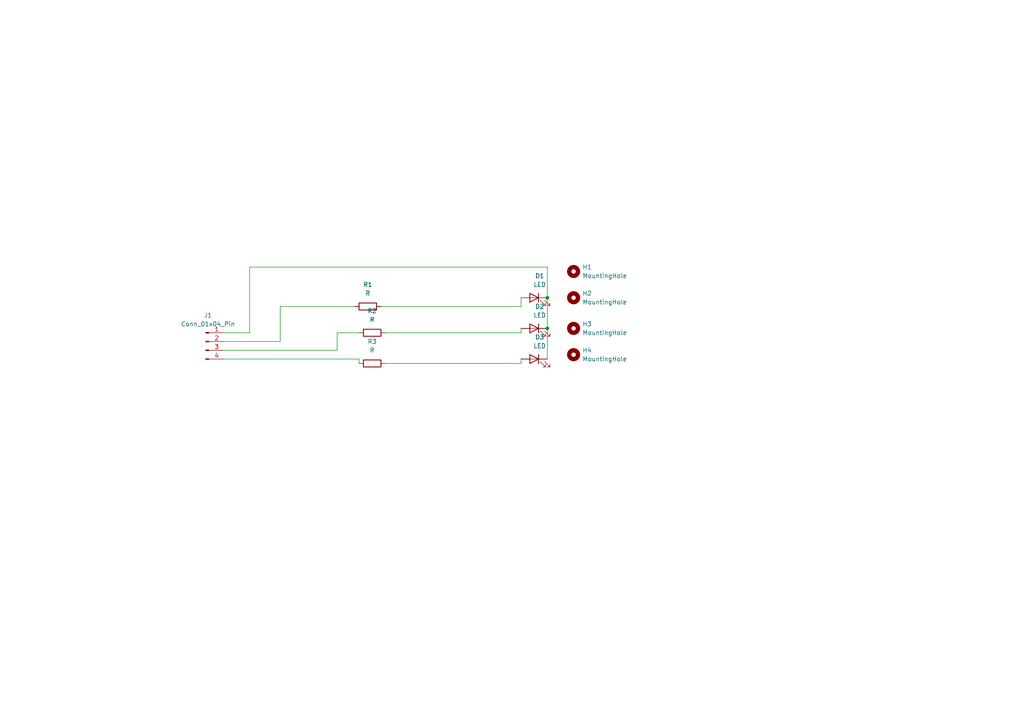
<source format=kicad_sch>
(kicad_sch
	(version 20231120)
	(generator "eeschema")
	(generator_version "8.0")
	(uuid "1783616a-2b50-42e1-8172-0df5f2d164f8")
	(paper "A4")
	(lib_symbols
		(symbol "Connector:Conn_01x04_Pin"
			(pin_names
				(offset 1.016) hide)
			(exclude_from_sim no)
			(in_bom yes)
			(on_board yes)
			(property "Reference" "J"
				(at 0 5.08 0)
				(effects
					(font
						(size 1.27 1.27)
					)
				)
			)
			(property "Value" "Conn_01x04_Pin"
				(at 0 -7.62 0)
				(effects
					(font
						(size 1.27 1.27)
					)
				)
			)
			(property "Footprint" ""
				(at 0 0 0)
				(effects
					(font
						(size 1.27 1.27)
					)
					(hide yes)
				)
			)
			(property "Datasheet" "~"
				(at 0 0 0)
				(effects
					(font
						(size 1.27 1.27)
					)
					(hide yes)
				)
			)
			(property "Description" "Generic connector, single row, 01x04, script generated"
				(at 0 0 0)
				(effects
					(font
						(size 1.27 1.27)
					)
					(hide yes)
				)
			)
			(property "ki_locked" ""
				(at 0 0 0)
				(effects
					(font
						(size 1.27 1.27)
					)
				)
			)
			(property "ki_keywords" "connector"
				(at 0 0 0)
				(effects
					(font
						(size 1.27 1.27)
					)
					(hide yes)
				)
			)
			(property "ki_fp_filters" "Connector*:*_1x??_*"
				(at 0 0 0)
				(effects
					(font
						(size 1.27 1.27)
					)
					(hide yes)
				)
			)
			(symbol "Conn_01x04_Pin_1_1"
				(polyline
					(pts
						(xy 1.27 -5.08) (xy 0.8636 -5.08)
					)
					(stroke
						(width 0.1524)
						(type default)
					)
					(fill
						(type none)
					)
				)
				(polyline
					(pts
						(xy 1.27 -2.54) (xy 0.8636 -2.54)
					)
					(stroke
						(width 0.1524)
						(type default)
					)
					(fill
						(type none)
					)
				)
				(polyline
					(pts
						(xy 1.27 0) (xy 0.8636 0)
					)
					(stroke
						(width 0.1524)
						(type default)
					)
					(fill
						(type none)
					)
				)
				(polyline
					(pts
						(xy 1.27 2.54) (xy 0.8636 2.54)
					)
					(stroke
						(width 0.1524)
						(type default)
					)
					(fill
						(type none)
					)
				)
				(rectangle
					(start 0.8636 -4.953)
					(end 0 -5.207)
					(stroke
						(width 0.1524)
						(type default)
					)
					(fill
						(type outline)
					)
				)
				(rectangle
					(start 0.8636 -2.413)
					(end 0 -2.667)
					(stroke
						(width 0.1524)
						(type default)
					)
					(fill
						(type outline)
					)
				)
				(rectangle
					(start 0.8636 0.127)
					(end 0 -0.127)
					(stroke
						(width 0.1524)
						(type default)
					)
					(fill
						(type outline)
					)
				)
				(rectangle
					(start 0.8636 2.667)
					(end 0 2.413)
					(stroke
						(width 0.1524)
						(type default)
					)
					(fill
						(type outline)
					)
				)
				(pin passive line
					(at 5.08 2.54 180)
					(length 3.81)
					(name "Pin_1"
						(effects
							(font
								(size 1.27 1.27)
							)
						)
					)
					(number "1"
						(effects
							(font
								(size 1.27 1.27)
							)
						)
					)
				)
				(pin passive line
					(at 5.08 0 180)
					(length 3.81)
					(name "Pin_2"
						(effects
							(font
								(size 1.27 1.27)
							)
						)
					)
					(number "2"
						(effects
							(font
								(size 1.27 1.27)
							)
						)
					)
				)
				(pin passive line
					(at 5.08 -2.54 180)
					(length 3.81)
					(name "Pin_3"
						(effects
							(font
								(size 1.27 1.27)
							)
						)
					)
					(number "3"
						(effects
							(font
								(size 1.27 1.27)
							)
						)
					)
				)
				(pin passive line
					(at 5.08 -5.08 180)
					(length 3.81)
					(name "Pin_4"
						(effects
							(font
								(size 1.27 1.27)
							)
						)
					)
					(number "4"
						(effects
							(font
								(size 1.27 1.27)
							)
						)
					)
				)
			)
		)
		(symbol "Device:LED"
			(pin_numbers hide)
			(pin_names
				(offset 1.016) hide)
			(exclude_from_sim no)
			(in_bom yes)
			(on_board yes)
			(property "Reference" "D"
				(at 0 2.54 0)
				(effects
					(font
						(size 1.27 1.27)
					)
				)
			)
			(property "Value" "LED"
				(at 0 -2.54 0)
				(effects
					(font
						(size 1.27 1.27)
					)
				)
			)
			(property "Footprint" ""
				(at 0 0 0)
				(effects
					(font
						(size 1.27 1.27)
					)
					(hide yes)
				)
			)
			(property "Datasheet" "~"
				(at 0 0 0)
				(effects
					(font
						(size 1.27 1.27)
					)
					(hide yes)
				)
			)
			(property "Description" "Light emitting diode"
				(at 0 0 0)
				(effects
					(font
						(size 1.27 1.27)
					)
					(hide yes)
				)
			)
			(property "ki_keywords" "LED diode"
				(at 0 0 0)
				(effects
					(font
						(size 1.27 1.27)
					)
					(hide yes)
				)
			)
			(property "ki_fp_filters" "LED* LED_SMD:* LED_THT:*"
				(at 0 0 0)
				(effects
					(font
						(size 1.27 1.27)
					)
					(hide yes)
				)
			)
			(symbol "LED_0_1"
				(polyline
					(pts
						(xy -1.27 -1.27) (xy -1.27 1.27)
					)
					(stroke
						(width 0.254)
						(type default)
					)
					(fill
						(type none)
					)
				)
				(polyline
					(pts
						(xy -1.27 0) (xy 1.27 0)
					)
					(stroke
						(width 0)
						(type default)
					)
					(fill
						(type none)
					)
				)
				(polyline
					(pts
						(xy 1.27 -1.27) (xy 1.27 1.27) (xy -1.27 0) (xy 1.27 -1.27)
					)
					(stroke
						(width 0.254)
						(type default)
					)
					(fill
						(type none)
					)
				)
				(polyline
					(pts
						(xy -3.048 -0.762) (xy -4.572 -2.286) (xy -3.81 -2.286) (xy -4.572 -2.286) (xy -4.572 -1.524)
					)
					(stroke
						(width 0)
						(type default)
					)
					(fill
						(type none)
					)
				)
				(polyline
					(pts
						(xy -1.778 -0.762) (xy -3.302 -2.286) (xy -2.54 -2.286) (xy -3.302 -2.286) (xy -3.302 -1.524)
					)
					(stroke
						(width 0)
						(type default)
					)
					(fill
						(type none)
					)
				)
			)
			(symbol "LED_1_1"
				(pin passive line
					(at -3.81 0 0)
					(length 2.54)
					(name "K"
						(effects
							(font
								(size 1.27 1.27)
							)
						)
					)
					(number "1"
						(effects
							(font
								(size 1.27 1.27)
							)
						)
					)
				)
				(pin passive line
					(at 3.81 0 180)
					(length 2.54)
					(name "A"
						(effects
							(font
								(size 1.27 1.27)
							)
						)
					)
					(number "2"
						(effects
							(font
								(size 1.27 1.27)
							)
						)
					)
				)
			)
		)
		(symbol "Device:R"
			(pin_numbers hide)
			(pin_names
				(offset 0)
			)
			(exclude_from_sim no)
			(in_bom yes)
			(on_board yes)
			(property "Reference" "R"
				(at 2.032 0 90)
				(effects
					(font
						(size 1.27 1.27)
					)
				)
			)
			(property "Value" "R"
				(at 0 0 90)
				(effects
					(font
						(size 1.27 1.27)
					)
				)
			)
			(property "Footprint" ""
				(at -1.778 0 90)
				(effects
					(font
						(size 1.27 1.27)
					)
					(hide yes)
				)
			)
			(property "Datasheet" "~"
				(at 0 0 0)
				(effects
					(font
						(size 1.27 1.27)
					)
					(hide yes)
				)
			)
			(property "Description" "Resistor"
				(at 0 0 0)
				(effects
					(font
						(size 1.27 1.27)
					)
					(hide yes)
				)
			)
			(property "ki_keywords" "R res resistor"
				(at 0 0 0)
				(effects
					(font
						(size 1.27 1.27)
					)
					(hide yes)
				)
			)
			(property "ki_fp_filters" "R_*"
				(at 0 0 0)
				(effects
					(font
						(size 1.27 1.27)
					)
					(hide yes)
				)
			)
			(symbol "R_0_1"
				(rectangle
					(start -1.016 -2.54)
					(end 1.016 2.54)
					(stroke
						(width 0.254)
						(type default)
					)
					(fill
						(type none)
					)
				)
			)
			(symbol "R_1_1"
				(pin passive line
					(at 0 3.81 270)
					(length 1.27)
					(name "~"
						(effects
							(font
								(size 1.27 1.27)
							)
						)
					)
					(number "1"
						(effects
							(font
								(size 1.27 1.27)
							)
						)
					)
				)
				(pin passive line
					(at 0 -3.81 90)
					(length 1.27)
					(name "~"
						(effects
							(font
								(size 1.27 1.27)
							)
						)
					)
					(number "2"
						(effects
							(font
								(size 1.27 1.27)
							)
						)
					)
				)
			)
		)
		(symbol "Mechanical:MountingHole"
			(pin_names
				(offset 1.016)
			)
			(exclude_from_sim yes)
			(in_bom no)
			(on_board yes)
			(property "Reference" "H"
				(at 0 5.08 0)
				(effects
					(font
						(size 1.27 1.27)
					)
				)
			)
			(property "Value" "MountingHole"
				(at 0 3.175 0)
				(effects
					(font
						(size 1.27 1.27)
					)
				)
			)
			(property "Footprint" ""
				(at 0 0 0)
				(effects
					(font
						(size 1.27 1.27)
					)
					(hide yes)
				)
			)
			(property "Datasheet" "~"
				(at 0 0 0)
				(effects
					(font
						(size 1.27 1.27)
					)
					(hide yes)
				)
			)
			(property "Description" "Mounting Hole without connection"
				(at 0 0 0)
				(effects
					(font
						(size 1.27 1.27)
					)
					(hide yes)
				)
			)
			(property "ki_keywords" "mounting hole"
				(at 0 0 0)
				(effects
					(font
						(size 1.27 1.27)
					)
					(hide yes)
				)
			)
			(property "ki_fp_filters" "MountingHole*"
				(at 0 0 0)
				(effects
					(font
						(size 1.27 1.27)
					)
					(hide yes)
				)
			)
			(symbol "MountingHole_0_1"
				(circle
					(center 0 0)
					(radius 1.27)
					(stroke
						(width 1.27)
						(type default)
					)
					(fill
						(type none)
					)
				)
			)
		)
	)
	(junction
		(at 158.75 86.36)
		(diameter 0)
		(color 0 0 0 0)
		(uuid "8465d50c-bfce-4f7c-bee7-d935c08ea358")
	)
	(junction
		(at 158.75 95.25)
		(diameter 0)
		(color 0 0 0 0)
		(uuid "9b3d80f3-838a-4686-845e-cb981e75847f")
	)
	(wire
		(pts
			(xy 72.39 96.52) (xy 72.39 77.47)
		)
		(stroke
			(width 0)
			(type default)
		)
		(uuid "074eed84-f3e6-4a98-a619-b0f415b7b7a4")
	)
	(wire
		(pts
			(xy 97.79 96.52) (xy 104.14 96.52)
		)
		(stroke
			(width 0)
			(type default)
		)
		(uuid "20da2602-0287-4092-84c1-0a0be41160ed")
	)
	(wire
		(pts
			(xy 151.13 105.41) (xy 151.13 104.14)
		)
		(stroke
			(width 0)
			(type default)
		)
		(uuid "41fbe059-ab3c-453a-bf61-71aa3426d529")
	)
	(wire
		(pts
			(xy 64.77 104.14) (xy 104.14 104.14)
		)
		(stroke
			(width 0)
			(type default)
		)
		(uuid "617e071a-293a-4a4b-afb9-168a651f68e8")
	)
	(wire
		(pts
			(xy 72.39 77.47) (xy 158.75 77.47)
		)
		(stroke
			(width 0)
			(type default)
		)
		(uuid "67158e56-d382-41bb-8285-69e45db5c875")
	)
	(wire
		(pts
			(xy 104.14 104.14) (xy 104.14 105.41)
		)
		(stroke
			(width 0)
			(type default)
		)
		(uuid "684dd45b-e3c4-431a-8342-c9402e4900cc")
	)
	(wire
		(pts
			(xy 111.76 105.41) (xy 151.13 105.41)
		)
		(stroke
			(width 0)
			(type default)
		)
		(uuid "6ce654d2-e315-4b1c-992d-71ef23c17a66")
	)
	(wire
		(pts
			(xy 81.28 88.9) (xy 102.87 88.9)
		)
		(stroke
			(width 0)
			(type default)
		)
		(uuid "735538c5-598a-4a8c-bc7e-00fc852c5b90")
	)
	(wire
		(pts
			(xy 158.75 95.25) (xy 158.75 104.14)
		)
		(stroke
			(width 0)
			(type default)
		)
		(uuid "751be819-b675-4679-afb6-b1ae3d293828")
	)
	(wire
		(pts
			(xy 64.77 101.6) (xy 97.79 101.6)
		)
		(stroke
			(width 0)
			(type default)
		)
		(uuid "877dd66f-ed8e-4b22-863f-cd70b86bc5e2")
	)
	(wire
		(pts
			(xy 110.49 88.9) (xy 151.13 88.9)
		)
		(stroke
			(width 0)
			(type default)
		)
		(uuid "aaa48bd5-296e-4462-8853-fca12e67cc4c")
	)
	(wire
		(pts
			(xy 158.75 86.36) (xy 158.75 95.25)
		)
		(stroke
			(width 0)
			(type default)
		)
		(uuid "abe97890-811a-4826-b483-737766271309")
	)
	(wire
		(pts
			(xy 64.77 99.06) (xy 81.28 99.06)
		)
		(stroke
			(width 0)
			(type default)
		)
		(uuid "c5fb191d-7f4c-4005-97c3-69de40a0ac0f")
	)
	(wire
		(pts
			(xy 158.75 77.47) (xy 158.75 86.36)
		)
		(stroke
			(width 0)
			(type default)
		)
		(uuid "dc9fc8ad-af91-4766-94b4-f6e260cb0812")
	)
	(wire
		(pts
			(xy 151.13 96.52) (xy 151.13 95.25)
		)
		(stroke
			(width 0)
			(type default)
		)
		(uuid "dcf77f80-bcec-4c9b-b1e3-cfb3ce8293ef")
	)
	(wire
		(pts
			(xy 64.77 96.52) (xy 72.39 96.52)
		)
		(stroke
			(width 0)
			(type default)
		)
		(uuid "ec89b685-dffe-492b-848b-8da8679202f9")
	)
	(wire
		(pts
			(xy 97.79 101.6) (xy 97.79 96.52)
		)
		(stroke
			(width 0)
			(type default)
		)
		(uuid "f424674b-1131-4c6f-870f-b9df9000c359")
	)
	(wire
		(pts
			(xy 81.28 99.06) (xy 81.28 88.9)
		)
		(stroke
			(width 0)
			(type default)
		)
		(uuid "f520be8a-a6dc-4a1a-8316-dc9ad8451c1c")
	)
	(wire
		(pts
			(xy 151.13 88.9) (xy 151.13 86.36)
		)
		(stroke
			(width 0)
			(type default)
		)
		(uuid "f69df314-417e-47e9-ae0f-b139ce829bfc")
	)
	(wire
		(pts
			(xy 111.76 96.52) (xy 151.13 96.52)
		)
		(stroke
			(width 0)
			(type default)
		)
		(uuid "fcbb3334-5ef0-4382-acdc-cd040c3b28a1")
	)
	(symbol
		(lib_id "Mechanical:MountingHole")
		(at 166.37 95.25 0)
		(unit 1)
		(exclude_from_sim yes)
		(in_bom no)
		(on_board yes)
		(dnp no)
		(fields_autoplaced yes)
		(uuid "231ac8cf-4e75-40bd-9a9e-93ecf20093bf")
		(property "Reference" "H3"
			(at 168.91 93.9799 0)
			(effects
				(font
					(size 1.27 1.27)
				)
				(justify left)
			)
		)
		(property "Value" "MountingHole"
			(at 168.91 96.5199 0)
			(effects
				(font
					(size 1.27 1.27)
				)
				(justify left)
			)
		)
		(property "Footprint" "MountingHole:MountingHole_2.5mm_Pad"
			(at 166.37 95.25 0)
			(effects
				(font
					(size 1.27 1.27)
				)
				(hide yes)
			)
		)
		(property "Datasheet" "~"
			(at 166.37 95.25 0)
			(effects
				(font
					(size 1.27 1.27)
				)
				(hide yes)
			)
		)
		(property "Description" "Mounting Hole without connection"
			(at 166.37 95.25 0)
			(effects
				(font
					(size 1.27 1.27)
				)
				(hide yes)
			)
		)
		(instances
			(project "trafficlight"
				(path "/1783616a-2b50-42e1-8172-0df5f2d164f8"
					(reference "H3")
					(unit 1)
				)
			)
		)
	)
	(symbol
		(lib_id "Device:R")
		(at 106.68 88.9 90)
		(unit 1)
		(exclude_from_sim no)
		(in_bom yes)
		(on_board yes)
		(dnp no)
		(fields_autoplaced yes)
		(uuid "2553381c-cfb8-42d9-beed-9b4e28c879c8")
		(property "Reference" "R1"
			(at 106.68 82.55 90)
			(effects
				(font
					(size 1.27 1.27)
				)
			)
		)
		(property "Value" "R"
			(at 106.68 85.09 90)
			(effects
				(font
					(size 1.27 1.27)
				)
			)
		)
		(property "Footprint" "Resistor_THT:R_Axial_DIN0204_L3.6mm_D1.6mm_P5.08mm_Horizontal"
			(at 106.68 90.678 90)
			(effects
				(font
					(size 1.27 1.27)
				)
				(hide yes)
			)
		)
		(property "Datasheet" "~"
			(at 106.68 88.9 0)
			(effects
				(font
					(size 1.27 1.27)
				)
				(hide yes)
			)
		)
		(property "Description" "Resistor"
			(at 106.68 88.9 0)
			(effects
				(font
					(size 1.27 1.27)
				)
				(hide yes)
			)
		)
		(pin "2"
			(uuid "ea32419c-40a7-4b00-848f-a44544f840f9")
		)
		(pin "1"
			(uuid "72e2aee2-9ac8-4e06-93f2-0a204c43223b")
		)
		(instances
			(project ""
				(path "/1783616a-2b50-42e1-8172-0df5f2d164f8"
					(reference "R1")
					(unit 1)
				)
			)
		)
	)
	(symbol
		(lib_id "Device:LED")
		(at 154.94 86.36 0)
		(mirror y)
		(unit 1)
		(exclude_from_sim no)
		(in_bom yes)
		(on_board yes)
		(dnp no)
		(fields_autoplaced yes)
		(uuid "327457ce-0c35-4625-a9c9-ad5b74a32d31")
		(property "Reference" "D1"
			(at 156.5275 80.01 0)
			(effects
				(font
					(size 1.27 1.27)
				)
			)
		)
		(property "Value" "LED"
			(at 156.5275 82.55 0)
			(effects
				(font
					(size 1.27 1.27)
				)
			)
		)
		(property "Footprint" "LED_THT:LED_D3.0mm"
			(at 154.94 86.36 0)
			(effects
				(font
					(size 1.27 1.27)
				)
				(hide yes)
			)
		)
		(property "Datasheet" "~"
			(at 154.94 86.36 0)
			(effects
				(font
					(size 1.27 1.27)
				)
				(hide yes)
			)
		)
		(property "Description" "Light emitting diode"
			(at 154.94 86.36 0)
			(effects
				(font
					(size 1.27 1.27)
				)
				(hide yes)
			)
		)
		(pin "1"
			(uuid "96680303-452b-4790-8c80-05d5a1af0e97")
		)
		(pin "2"
			(uuid "02d74ad1-d4df-4ab9-835a-82a0c23e890a")
		)
		(instances
			(project ""
				(path "/1783616a-2b50-42e1-8172-0df5f2d164f8"
					(reference "D1")
					(unit 1)
				)
			)
		)
	)
	(symbol
		(lib_id "Device:R")
		(at 107.95 105.41 90)
		(unit 1)
		(exclude_from_sim no)
		(in_bom yes)
		(on_board yes)
		(dnp no)
		(fields_autoplaced yes)
		(uuid "4e2a2431-8780-46b9-9455-5970ba5ad847")
		(property "Reference" "R3"
			(at 107.95 99.06 90)
			(effects
				(font
					(size 1.27 1.27)
				)
			)
		)
		(property "Value" "R"
			(at 107.95 101.6 90)
			(effects
				(font
					(size 1.27 1.27)
				)
			)
		)
		(property "Footprint" "Resistor_THT:R_Axial_DIN0204_L3.6mm_D1.6mm_P5.08mm_Horizontal"
			(at 107.95 107.188 90)
			(effects
				(font
					(size 1.27 1.27)
				)
				(hide yes)
			)
		)
		(property "Datasheet" "~"
			(at 107.95 105.41 0)
			(effects
				(font
					(size 1.27 1.27)
				)
				(hide yes)
			)
		)
		(property "Description" "Resistor"
			(at 107.95 105.41 0)
			(effects
				(font
					(size 1.27 1.27)
				)
				(hide yes)
			)
		)
		(pin "2"
			(uuid "dc25ba91-2c63-4ffc-a3e9-4cd2d1eded85")
		)
		(pin "1"
			(uuid "8f6ee67e-667f-4eaa-81d2-51aa04722bb4")
		)
		(instances
			(project "trafficlight"
				(path "/1783616a-2b50-42e1-8172-0df5f2d164f8"
					(reference "R3")
					(unit 1)
				)
			)
		)
	)
	(symbol
		(lib_id "Device:R")
		(at 107.95 96.52 90)
		(unit 1)
		(exclude_from_sim no)
		(in_bom yes)
		(on_board yes)
		(dnp no)
		(fields_autoplaced yes)
		(uuid "5bbbcec8-94d3-4a18-8999-1fa94ab5a6e7")
		(property "Reference" "R2"
			(at 107.95 90.17 90)
			(effects
				(font
					(size 1.27 1.27)
				)
			)
		)
		(property "Value" "R"
			(at 107.95 92.71 90)
			(effects
				(font
					(size 1.27 1.27)
				)
			)
		)
		(property "Footprint" "Resistor_THT:R_Axial_DIN0204_L3.6mm_D1.6mm_P5.08mm_Horizontal"
			(at 107.95 98.298 90)
			(effects
				(font
					(size 1.27 1.27)
				)
				(hide yes)
			)
		)
		(property "Datasheet" "~"
			(at 107.95 96.52 0)
			(effects
				(font
					(size 1.27 1.27)
				)
				(hide yes)
			)
		)
		(property "Description" "Resistor"
			(at 107.95 96.52 0)
			(effects
				(font
					(size 1.27 1.27)
				)
				(hide yes)
			)
		)
		(pin "2"
			(uuid "cf5c0228-94b3-4033-8a0a-b0052f12151b")
		)
		(pin "1"
			(uuid "5ff351d3-e592-4519-815d-bb980143335b")
		)
		(instances
			(project "trafficlight"
				(path "/1783616a-2b50-42e1-8172-0df5f2d164f8"
					(reference "R2")
					(unit 1)
				)
			)
		)
	)
	(symbol
		(lib_id "Device:LED")
		(at 154.94 95.25 0)
		(mirror y)
		(unit 1)
		(exclude_from_sim no)
		(in_bom yes)
		(on_board yes)
		(dnp no)
		(fields_autoplaced yes)
		(uuid "5cce6455-2ab5-4754-bc2c-2290971ab59e")
		(property "Reference" "D2"
			(at 156.5275 88.9 0)
			(effects
				(font
					(size 1.27 1.27)
				)
			)
		)
		(property "Value" "LED"
			(at 156.5275 91.44 0)
			(effects
				(font
					(size 1.27 1.27)
				)
			)
		)
		(property "Footprint" "LED_THT:LED_D3.0mm"
			(at 154.94 95.25 0)
			(effects
				(font
					(size 1.27 1.27)
				)
				(hide yes)
			)
		)
		(property "Datasheet" "~"
			(at 154.94 95.25 0)
			(effects
				(font
					(size 1.27 1.27)
				)
				(hide yes)
			)
		)
		(property "Description" "Light emitting diode"
			(at 154.94 95.25 0)
			(effects
				(font
					(size 1.27 1.27)
				)
				(hide yes)
			)
		)
		(pin "1"
			(uuid "a7b047da-9d83-4edc-88e9-b33f4ade81ec")
		)
		(pin "2"
			(uuid "d67fd5c4-a4a0-4c9d-a3b2-6d165ddb3363")
		)
		(instances
			(project "trafficlight"
				(path "/1783616a-2b50-42e1-8172-0df5f2d164f8"
					(reference "D2")
					(unit 1)
				)
			)
		)
	)
	(symbol
		(lib_id "Mechanical:MountingHole")
		(at 166.37 78.74 0)
		(unit 1)
		(exclude_from_sim yes)
		(in_bom no)
		(on_board yes)
		(dnp no)
		(fields_autoplaced yes)
		(uuid "60f7a4e8-141a-4974-b86d-f096d62f3383")
		(property "Reference" "H1"
			(at 168.91 77.4699 0)
			(effects
				(font
					(size 1.27 1.27)
				)
				(justify left)
			)
		)
		(property "Value" "MountingHole"
			(at 168.91 80.0099 0)
			(effects
				(font
					(size 1.27 1.27)
				)
				(justify left)
			)
		)
		(property "Footprint" "MountingHole:MountingHole_2.5mm_Pad"
			(at 166.37 78.74 0)
			(effects
				(font
					(size 1.27 1.27)
				)
				(hide yes)
			)
		)
		(property "Datasheet" "~"
			(at 166.37 78.74 0)
			(effects
				(font
					(size 1.27 1.27)
				)
				(hide yes)
			)
		)
		(property "Description" "Mounting Hole without connection"
			(at 166.37 78.74 0)
			(effects
				(font
					(size 1.27 1.27)
				)
				(hide yes)
			)
		)
		(instances
			(project ""
				(path "/1783616a-2b50-42e1-8172-0df5f2d164f8"
					(reference "H1")
					(unit 1)
				)
			)
		)
	)
	(symbol
		(lib_id "Device:LED")
		(at 154.94 104.14 0)
		(mirror y)
		(unit 1)
		(exclude_from_sim no)
		(in_bom yes)
		(on_board yes)
		(dnp no)
		(fields_autoplaced yes)
		(uuid "86c35dc8-598c-4cdd-9225-f568c609d35e")
		(property "Reference" "D3"
			(at 156.5275 97.79 0)
			(effects
				(font
					(size 1.27 1.27)
				)
			)
		)
		(property "Value" "LED"
			(at 156.5275 100.33 0)
			(effects
				(font
					(size 1.27 1.27)
				)
			)
		)
		(property "Footprint" "LED_THT:LED_D3.0mm"
			(at 154.94 104.14 0)
			(effects
				(font
					(size 1.27 1.27)
				)
				(hide yes)
			)
		)
		(property "Datasheet" "~"
			(at 154.94 104.14 0)
			(effects
				(font
					(size 1.27 1.27)
				)
				(hide yes)
			)
		)
		(property "Description" "Light emitting diode"
			(at 154.94 104.14 0)
			(effects
				(font
					(size 1.27 1.27)
				)
				(hide yes)
			)
		)
		(pin "1"
			(uuid "bfcbf1e5-6534-446d-9bda-302967622dae")
		)
		(pin "2"
			(uuid "abf5f4df-6f11-421c-a1f5-03105844c35a")
		)
		(instances
			(project "trafficlight"
				(path "/1783616a-2b50-42e1-8172-0df5f2d164f8"
					(reference "D3")
					(unit 1)
				)
			)
		)
	)
	(symbol
		(lib_id "Mechanical:MountingHole")
		(at 166.37 86.36 0)
		(unit 1)
		(exclude_from_sim yes)
		(in_bom no)
		(on_board yes)
		(dnp no)
		(fields_autoplaced yes)
		(uuid "8cda031b-67ca-4c7c-a639-1949712fd37a")
		(property "Reference" "H2"
			(at 168.91 85.0899 0)
			(effects
				(font
					(size 1.27 1.27)
				)
				(justify left)
			)
		)
		(property "Value" "MountingHole"
			(at 168.91 87.6299 0)
			(effects
				(font
					(size 1.27 1.27)
				)
				(justify left)
			)
		)
		(property "Footprint" "MountingHole:MountingHole_2.5mm_Pad"
			(at 166.37 86.36 0)
			(effects
				(font
					(size 1.27 1.27)
				)
				(hide yes)
			)
		)
		(property "Datasheet" "~"
			(at 166.37 86.36 0)
			(effects
				(font
					(size 1.27 1.27)
				)
				(hide yes)
			)
		)
		(property "Description" "Mounting Hole without connection"
			(at 166.37 86.36 0)
			(effects
				(font
					(size 1.27 1.27)
				)
				(hide yes)
			)
		)
		(instances
			(project "trafficlight"
				(path "/1783616a-2b50-42e1-8172-0df5f2d164f8"
					(reference "H2")
					(unit 1)
				)
			)
		)
	)
	(symbol
		(lib_id "Connector:Conn_01x04_Pin")
		(at 59.69 99.06 0)
		(unit 1)
		(exclude_from_sim no)
		(in_bom yes)
		(on_board yes)
		(dnp no)
		(uuid "ca1ce09b-12ee-4fcc-9392-ba4c7b939795")
		(property "Reference" "J1"
			(at 60.325 91.44 0)
			(effects
				(font
					(size 1.27 1.27)
				)
			)
		)
		(property "Value" "Conn_01x04_Pin"
			(at 60.325 93.98 0)
			(effects
				(font
					(size 1.27 1.27)
				)
			)
		)
		(property "Footprint" "Connector_PinHeader_2.54mm:PinHeader_1x04_P2.54mm_Horizontal"
			(at 59.69 99.06 0)
			(effects
				(font
					(size 1.27 1.27)
				)
				(hide yes)
			)
		)
		(property "Datasheet" "~"
			(at 59.69 99.06 0)
			(effects
				(font
					(size 1.27 1.27)
				)
				(hide yes)
			)
		)
		(property "Description" "Generic connector, single row, 01x04, script generated"
			(at 59.69 99.06 0)
			(effects
				(font
					(size 1.27 1.27)
				)
				(hide yes)
			)
		)
		(pin "1"
			(uuid "9dae7bf2-586f-4e64-80ea-0e3daac0cb90")
		)
		(pin "4"
			(uuid "3a12f126-dc5f-4965-8ab9-c6c710eaf98f")
		)
		(pin "2"
			(uuid "1b8fd555-6037-45b0-8334-37f9a454cd8c")
		)
		(pin "3"
			(uuid "2e2e1d90-a79f-4350-86b1-a3b000ae8216")
		)
		(instances
			(project ""
				(path "/1783616a-2b50-42e1-8172-0df5f2d164f8"
					(reference "J1")
					(unit 1)
				)
			)
		)
	)
	(symbol
		(lib_id "Mechanical:MountingHole")
		(at 166.37 102.87 0)
		(unit 1)
		(exclude_from_sim yes)
		(in_bom no)
		(on_board yes)
		(dnp no)
		(fields_autoplaced yes)
		(uuid "e8e5c317-2a34-4b70-9cca-2b18468e7317")
		(property "Reference" "H4"
			(at 168.91 101.5999 0)
			(effects
				(font
					(size 1.27 1.27)
				)
				(justify left)
			)
		)
		(property "Value" "MountingHole"
			(at 168.91 104.1399 0)
			(effects
				(font
					(size 1.27 1.27)
				)
				(justify left)
			)
		)
		(property "Footprint" "MountingHole:MountingHole_2.5mm_Pad"
			(at 166.37 102.87 0)
			(effects
				(font
					(size 1.27 1.27)
				)
				(hide yes)
			)
		)
		(property "Datasheet" "~"
			(at 166.37 102.87 0)
			(effects
				(font
					(size 1.27 1.27)
				)
				(hide yes)
			)
		)
		(property "Description" "Mounting Hole without connection"
			(at 166.37 102.87 0)
			(effects
				(font
					(size 1.27 1.27)
				)
				(hide yes)
			)
		)
		(instances
			(project "trafficlight"
				(path "/1783616a-2b50-42e1-8172-0df5f2d164f8"
					(reference "H4")
					(unit 1)
				)
			)
		)
	)
	(sheet_instances
		(path "/"
			(page "1")
		)
	)
)

</source>
